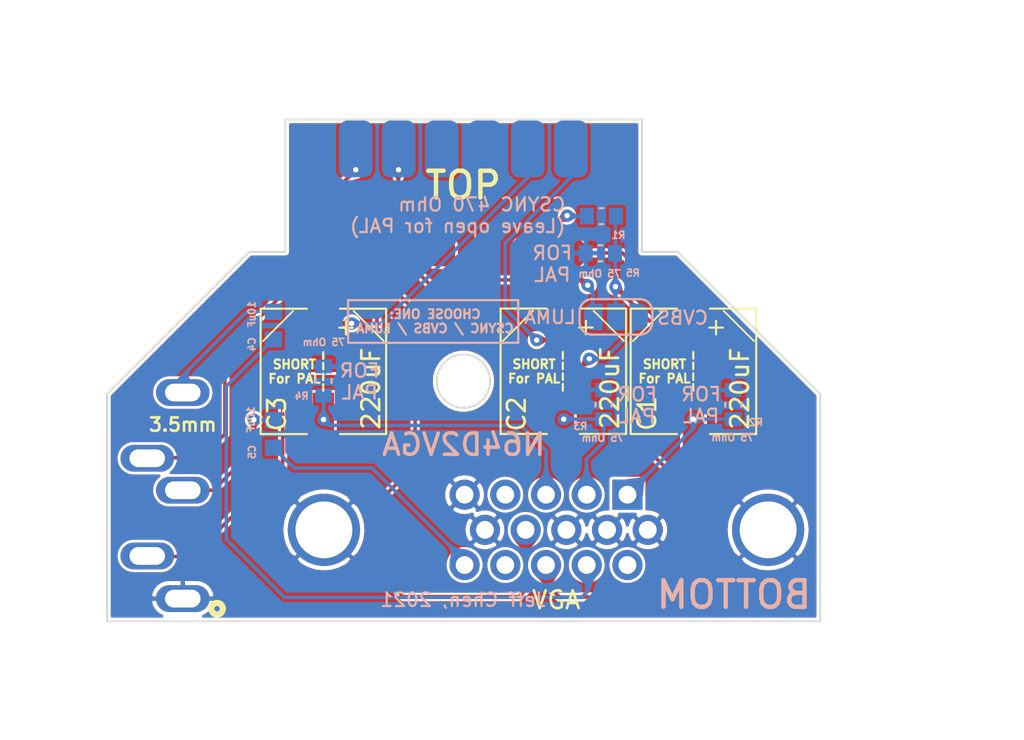
<source format=kicad_pcb>
(kicad_pcb (version 20171130) (host pcbnew "(5.1.10-1-10_14)")
  (title_block (rev 1))
  (layers (0 Front signal) (31 Back signal) (34 B.Paste user) (35 F.Paste user) (36 B.SilkS user) (37 F.SilkS user) (38 B.Mask user) (39 F.Mask user) (44 Edge.Cuts user))
  (net 0 "")
  (net 1 /Red_VGA)
  (net 2 /Green_VGA)
  (net 3 /Blue_VGA)
  (net 4 /HSYNC_VGA)
  (net 5 /Audio_L_to_VGA)
  (net 6 /Audio_L_from_Jack)
  (net 7 /Audio_R_from_Jack)
  (net 8 GND)
  (net 9 /Audio_R_to_VGA)
  (net 10 /Red_N64D)
  (net 11 /Green_N64D)
  (net 12 /Blue_N64D)
  (net 13 /Audio_L_N64D)
  (net 14 /Audio_R_N64D)
  (net 15 /CVBS_N64D)
  (net 16 /Luma_N64D)
  (net 17 /+5V_N64D)
  (net 18 /CSYNC_N64D)
  (module N64D2VGA_Library:Resistor_SMD_0603 (layer Back) (at 148.64 96.01 180)
    (fp_text reference R5 (at -1.83 -1.11) (layer B.SilkS) (effects (font (size 0.393701 0.393701) (thickness 0.098425)) (justify mirror)))
    (fp_text value 75)
    (pad 1 smd rect (at -0.82 0 180) (size 0.79 0.93) (layers Back B.Paste B.Mask) (net 4 /HSYNC_VGA))
    (pad 2 smd rect (at 0.82 0 180) (size 0.79 0.93) (layers Back B.Paste B.Mask) (net 8 GND))
  )
  (module N64D2VGA_Library:Resistor_SMD_0603 (layer Back) (at 133.07 103.2 90)
    (fp_text reference R4 (at -0.85 -1.23) (layer B.SilkS) (effects (font (size 0.393701 0.393701) (thickness 0.098425)) (justify mirror)))
    (fp_text value 75)
    (pad 1 smd rect (at -0.82 0 90) (size 0.79 0.93) (layers Back B.Paste B.Mask) (net 3 /Blue_VGA))
    (pad 2 smd rect (at 0.82 0 90) (size 0.79 0.93) (layers Back B.Paste B.Mask) (net 8 GND))
  )
  (module N64D2VGA_Library:Resistor_SMD_0603 (layer Back) (at 148.82 104.53 90)
    (fp_text reference R3 (at -1.22 -1.3) (layer B.SilkS) (effects (font (size 0.393701 0.393701) (thickness 0.098425)) (justify mirror)))
    (fp_text value 75)
    (pad 1 smd rect (at -0.82 0 90) (size 0.79 0.93) (layers Back B.Paste B.Mask) (net 2 /Green_VGA))
    (pad 2 smd rect (at 0.82 0 90) (size 0.79 0.93) (layers Back B.Paste B.Mask) (net 8 GND))
  )
  (module N64D2VGA_Library:Resistor_SMD_0603 (layer Back) (at 156.12 104.53 90)
    (fp_text reference R2 (at -1 1.28) (layer B.SilkS) (effects (font (size 0.393701 0.393701) (thickness 0.098425)) (justify mirror)))
    (fp_text value 75)
    (pad 1 smd rect (at -0.82 0 90) (size 0.79 0.93) (layers Back B.Paste B.Mask) (net 1 /Red_VGA))
    (pad 2 smd rect (at 0.82 0 90) (size 0.79 0.93) (layers Back B.Paste B.Mask) (net 8 GND))
  )
  (module N64D2VGA_Library:Resistor_SMD_0603 (layer Back) (at 148.7 93.92)
    (fp_text reference R1 (at 0.96 1.07) (layer B.SilkS) (effects (font (size 0.393701 0.393701) (thickness 0.098425)) (justify mirror)))
    (fp_text value 470)
    (pad 1 smd rect (at -0.82 0) (size 0.79 0.93) (layers Back B.Paste B.Mask) (net 18 /CSYNC_N64D))
    (pad 2 smd rect (at 0.82 0) (size 0.79 0.93) (layers Back B.Paste B.Mask) (net 4 /HSYNC_VGA))
  )
  (module N64D2VGA_Library:VGA_female_rightangle_slim (layer Front) (at 133.09 111.58)
    (fp_text reference P2)
    (fp_text value VGA)
    (pad 15 thru_hole circle (at 7.915 1.98 180) (size 1.7 1.7) (drill 1) (layers *.Cu *.Mask) (net 9 /Audio_R_to_VGA))
    (pad 14 thru_hole circle (at 10.205 1.98 180) (size 1.7 1.7) (drill 1) (layers *.Cu *.Mask))
    (pad 13 thru_hole circle (at 12.495 1.98 180) (size 1.7 1.7) (drill 1) (layers *.Cu *.Mask) (net 4 /HSYNC_VGA))
    (pad 12 thru_hole circle (at 14.785 1.98 180) (size 1.7 1.7) (drill 1) (layers *.Cu *.Mask) (net 5 /Audio_L_to_VGA))
    (pad 11 thru_hole circle (at 17.075 1.98 180) (size 1.7 1.7) (drill 1) (layers *.Cu *.Mask))
    (pad 10 thru_hole circle (at 9.06 0 180) (size 1.7 1.7) (drill 1) (layers *.Cu *.Mask) (net 8 GND))
    (pad 9 thru_hole circle (at 11.35 0 180) (size 1.7 1.7) (drill 1) (layers *.Cu *.Mask) (net 17 /+5V_N64D))
    (pad 8 thru_hole circle (at 13.64 0 180) (size 1.7 1.7) (drill 1) (layers *.Cu *.Mask) (net 8 GND))
    (pad 7 thru_hole circle (at 15.93 0 180) (size 1.7 1.7) (drill 1) (layers *.Cu *.Mask) (net 8 GND))
    (pad 6 thru_hole circle (at 18.22 0 180) (size 1.7 1.7) (drill 1) (layers *.Cu *.Mask) (net 8 GND))
    (pad 5 thru_hole circle (at 7.915 -1.98 180) (size 1.7 1.7) (drill 1) (layers *.Cu *.Mask) (net 8 GND))
    (pad 4 thru_hole circle (at 10.205 -1.98 180) (size 1.7 1.7) (drill 1) (layers *.Cu *.Mask))
    (pad 3 thru_hole circle (at 12.495 -1.98 180) (size 1.7 1.7) (drill 1) (layers *.Cu *.Mask) (net 3 /Blue_VGA))
    (pad 2 thru_hole circle (at 14.785 -1.98 180) (size 1.7 1.7) (drill 1) (layers *.Cu *.Mask) (net 2 /Green_VGA))
    (pad S1 thru_hole circle (at 0 0) (size 4.066 4.066) (drill 3.2) (layers *.Cu *.Mask) (net 8 GND))
    (pad S2 thru_hole circle (at 24.99 0) (size 4.066 4.066) (drill 3.2) (layers *.Cu *.Mask) (net 8 GND))
    (pad 1 thru_hole rect (at 17.075 -1.98 180) (size 1.7 1.7) (drill 1) (layers *.Cu *.Mask) (net 1 /Red_VGA))
  )
  (module N64D2VGA_Library:AV_Multi_Main (layer Front) (at 134.13 88.54)
    (fp_text reference P1)
    (fp_text value AVMulti_Main)
    (pad 2 connect roundrect (at 12.85 1.6) (size 1.9 3.2) (layers Back B.Mask) (net 11 /Green_N64D))
    (pad 4 connect roundrect (at 10.43 1.6) (size 1.9 3.2) (layers Back B.Mask) (net 12 /Blue_N64D))
    (pad 6 connect roundrect (at 8.01 1.6) (size 1.9 3.2) (layers Back B.Mask) (net 8 GND))
    (pad 8 connect roundrect (at 5.59 1.6) (size 1.9 3.2) (layers Back B.Mask))
    (pad 10 connect roundrect (at 3.17 1.6) (size 1.9 3.2) (layers Back B.Mask) (net 17 /+5V_N64D))
    (pad 1 connect roundrect (at 12.85 7.45) (size 1.5 1.5) (layers Front F.Mask) (net 10 /Red_N64D))
    (pad 3 connect roundrect (at 10.43 7.45) (size 1.5 1.5) (layers Front F.Mask) (net 18 /CSYNC_N64D))
    (pad 5 connect roundrect (at 8.01 7.45) (size 1.5 1.5) (layers Front F.Mask) (net 8 GND))
    (pad 7 connect roundrect (at 5.59 7.45) (size 1.5 1.5) (layers Front F.Mask) (net 16 /Luma_N64D))
    (pad 9 connect roundrect (at 3.17 7.45) (size 1.5 1.5) (layers Front F.Mask) (net 15 /CVBS_N64D))
    (pad 12 connect roundrect (at 0.75 1.6) (size 1.9 3.2) (layers Back B.Mask) (net 14 /Audio_R_N64D))
    (pad 11 connect roundrect (at 0.75 7.45) (size 1.5 1.5) (layers Front F.Mask) (net 13 /Audio_L_N64D))
  )
  (module N64D2VGA_Library:SolderJumper-3_P1.3mm_Open_RoundedPad1.0x1.5mm (layer Back) (at 149.52 99.59 180)
    (fp_text reference JP1)
    (fp_text value SolderJumper_3_Open)
    (pad 1 smd custom (at -1.3 0 180) (size 1 0.5) (layers Back B.Mask) (net 15 /CVBS_N64D) (options (clearance outline) (anchor rect)) (primitives (gr_circle (center 0 -0.25) (end 0.5 -0.25) (width 0)) (gr_circle (center 0 0.25) (end 0.5 0.25) (width 0)) (gr_poly (pts (xy 0.55 0.75) (xy 0 0.75) (xy 0 -0.75) (xy 0.55 -0.75)) (width 0))))
    (pad 3 smd custom (at 1.3 0 180) (size 1 0.5) (layers Back B.Mask) (net 16 /Luma_N64D) (options (clearance outline) (anchor rect)) (primitives (gr_circle (center 0 -0.25) (end 0.5 -0.25) (width 0)) (gr_circle (center 0 0.25) (end 0.5 0.25) (width 0)) (gr_poly (pts (xy -0.55 0.75) (xy 0 0.75) (xy 0 -0.75) (xy -0.55 -0.75)) (width 0))))
    (pad 2 smd rect (at 0 0 180) (size 1 1.5) (layers Back B.Mask) (net 4 /HSYNC_VGA))
  )
  (module N64D2VGA_Library:3.5mm_vertical (layer Front) (at 125.15 115.45 90)
    (fp_text reference J1)
    (fp_text value 3.5mm_vertical)
    (pad 1 thru_hole oval (at 0 0 90) (size 1.508 3.016) (drill oval 1 2) (layers *.Cu *.Mask) (net 8 GND))
    (pad 2 thru_hole oval (at 2.4 -2 90) (size 1.508 3.016) (drill oval 1 2) (layers *.Cu *.Mask) (net 13 /Audio_L_N64D))
    (pad 5 thru_hole oval (at 6.1 0 90) (size 1.508 3.016) (drill oval 1 2) (layers *.Cu *.Mask) (net 7 /Audio_R_from_Jack))
    (pad 3 thru_hole oval (at 7.9 -2 90) (size 1.508 3.016) (drill oval 1 2) (layers *.Cu *.Mask) (net 14 /Audio_R_N64D))
    (pad 4 thru_hole oval (at 11.6 0 90) (size 1.508 3.016) (drill oval 1 2) (layers *.Cu *.Mask) (net 6 /Audio_L_from_Jack))
  )
  (module N64D2VGA_Library:Cap_SMD_0603 (layer Back) (at 130.26 106.18 270)
    (fp_text reference C5 (at 1.02 1.21 270) (layer B.SilkS) (effects (font (size 0.393701 0.393701) (thickness 0.098425)) (justify mirror)))
    (fp_text value 10uF)
    (pad 1 smd rect (at -0.775 0 270) (size 0.92 0.97) (layers Back B.Paste B.Mask) (net 7 /Audio_R_from_Jack))
    (pad 2 smd rect (at 0.775 0 270) (size 0.92 0.97) (layers Back B.Paste B.Mask) (net 9 /Audio_R_to_VGA))
  )
  (module N64D2VGA_Library:Cap_SMD_0603 (layer Back) (at 130.25 100.08 270)
    (fp_text reference C4 (at 1.055 1.21 270) (layer B.SilkS) (effects (font (size 0.393701 0.393701) (thickness 0.098425)) (justify mirror)))
    (fp_text value 10uF)
    (pad 1 smd rect (at -0.775 0 270) (size 0.92 0.97) (layers Back B.Paste B.Mask) (net 6 /Audio_L_from_Jack))
    (pad 2 smd rect (at 0.775 0 270) (size 0.92 0.97) (layers Back B.Paste B.Mask) (net 5 /Audio_L_to_VGA))
  )
  (module N64D2VGA_Library:Cap_SMD (layer Front) (at 153.88 102.6549 270)
    (fp_text reference C1 (at 2.3751 2.61 90) (layer F.SilkS))
    (fp_text value 220uF (at 0.9751 -2.61 90) (layer F.SilkS))
    (pad 1 smd rect (at -2.7051 0 270) (size 2.9972 1.1938) (layers Front F.Paste F.Mask) (net 10 /Red_N64D))
    (pad 2 smd rect (at 2.7051 0 270) (size 2.9972 1.1938) (layers Front F.Paste F.Mask) (net 1 /Red_VGA))
  )
  (module N64D2VGA_Library:Cap_SMD (layer Front) (at 146.56 102.65 270)
    (fp_text reference C2 (at 2.41 2.63 90) (layer F.SilkS))
    (fp_text value 220uF (at 0.94 -2.62 90) (layer F.SilkS))
    (pad 1 smd rect (at -2.7051 0 270) (size 2.9972 1.1938) (layers Front F.Paste F.Mask) (net 11 /Green_N64D))
    (pad 2 smd rect (at 2.7051 0 270) (size 2.9972 1.1938) (layers Front F.Paste F.Mask) (net 2 /Green_VGA))
  )
  (module N64D2VGA_Library:Cap_SMD (layer Front) (at 133.06 102.66 270)
    (fp_text reference C3 (at 2.4 2.62 90) (layer F.SilkS))
    (fp_text value 220uF (at 0.97 -2.68 90) (layer F.SilkS))
    (pad 1 smd rect (at -2.7051 0 270) (size 2.9972 1.1938) (layers Front F.Paste F.Mask) (net 12 /Blue_N64D))
    (pad 2 smd rect (at 2.7051 0 270) (size 2.9972 1.1938) (layers Front F.Paste F.Mask) (net 3 /Blue_VGA))
  )
  (gr_text BOTTOM (at 156.16 115.23) (layer B.SilkS) (effects (font (size 1.5 1.5) (thickness 0.25)) (justify mirror)))
  (gr_text TOP (at 140.93 92.18) (layer F.SilkS) (effects (font (size 1.5 1.5) (thickness 0.25))))
  (gr_text 10uF (at 129.03 99.45 90) (layer B.SilkS) (effects (font (size 0.4 0.4) (thickness 0.1)) (justify mirror)))
  (gr_text 10uF (at 128.98 105.38 90) (layer B.SilkS) (effects (font (size 0.4 0.4) (thickness 0.1)) (justify mirror)))
  (gr_text "75 Ohm" (at 133.09 101.02) (layer B.SilkS) (effects (font (size 0.4 0.4) (thickness 0.1)) (justify mirror)))
  (gr_text "75 Ohm" (at 156.09 106.38) (layer B.SilkS) (effects (font (size 0.4 0.4) (thickness 0.1)) (justify mirror)))
  (gr_text "75 Ohm" (at 148.78 106.41) (layer B.SilkS) (effects (font (size 0.4 0.4) (thickness 0.1)) (justify mirror)))
  (gr_text "75 Ohm" (at 148.61 97.16) (layer B.SilkS) (effects (font (size 0.4 0.4) (thickness 0.1)) (justify mirror)))
  (gr_text "FOR\nPAL" (at 145.94 96.61) (layer B.SilkS) (effects (font (size 0.762 0.762) (thickness 0.127)) (justify mirror)))
  (gr_text "FOR\nPAL" (at 154.31 104.56) (layer B.SilkS) (effects (font (size 0.762 0.762) (thickness 0.127)) (justify mirror)))
  (gr_text "FOR\nPAL" (at 150.72 104.57) (layer B.SilkS) (effects (font (size 0.762 0.762) (thickness 0.127)) (justify mirror)))
  (gr_text "FOR\nPAL" (at 135.1 103.23) (layer B.SilkS) (effects (font (size 0.762 0.762) (thickness 0.127)) (justify mirror)))
  (gr_line (start 153.87 101.57) (end 153.87 101.94) (layer F.SilkS) (width 0.127))
  (gr_line (start 153.87 102.17) (end 153.87 102.54) (layer F.SilkS) (width 0.127))
  (gr_line (start 153.87 103.37) (end 153.87 103.74) (layer F.SilkS) (width 0.127))
  (gr_line (start 153.87 102.77) (end 153.87 103.14) (layer F.SilkS) (width 0.127))
  (gr_text "SHORT\nFor PAL" (at 152.25 102.66) (layer F.SilkS) (effects (font (size 0.5 0.5) (thickness 0.125))))
  (gr_line (start 146.53 101.57) (end 146.53 101.94) (layer F.SilkS) (width 0.127))
  (gr_line (start 146.53 102.17) (end 146.53 102.54) (layer F.SilkS) (width 0.127))
  (gr_line (start 146.53 103.37) (end 146.53 103.74) (layer F.SilkS) (width 0.127))
  (gr_line (start 146.53 102.77) (end 146.53 103.14) (layer F.SilkS) (width 0.127))
  (gr_text "SHORT\nFor PAL" (at 144.91 102.66) (layer F.SilkS) (effects (font (size 0.5 0.5) (thickness 0.125))))
  (gr_text "SHORT\nFor PAL" (at 131.43 102.67) (layer F.SilkS) (effects (font (size 0.5 0.5) (thickness 0.125))))
  (gr_line (start 133.05 103.38) (end 133.05 103.75) (layer F.SilkS) (width 0.127))
  (gr_line (start 133.05 102.78) (end 133.05 103.15) (layer F.SilkS) (width 0.127))
  (gr_line (start 133.05 102.18) (end 133.05 102.55) (layer F.SilkS) (width 0.127))
  (gr_line (start 133.05 101.58) (end 133.05 101.95) (layer F.SilkS) (width 0.127))
  (gr_line (start 144.02 101.05) (end 144.02 98.65) (layer B.SilkS) (width 0.127))
  (gr_line (start 134.45 101.05) (end 144.02 101.05) (layer B.SilkS) (width 0.127))
  (gr_line (start 134.45 98.65) (end 134.45 101.05) (layer B.SilkS) (width 0.127))
  (gr_line (start 144.02 98.65) (end 134.45 98.65) (layer B.SilkS) (width 0.127))
  (gr_line (start 153 95.93) (end 161.01 103.94) (layer Edge.Cuts) (width 0.1))
  (gr_line (start 128.9 95.93) (end 120.89 103.94) (layer Edge.Cuts) (width 0.1))
  (gr_text "Jeff Chen, 2021" (at 140.92 115.52) (layer B.SilkS) (effects (font (size 0.762 0.762) (thickness 0.127)) (justify mirror)))
  (gr_text N64D2VGA (at 140.95 106.78) (layer B.SilkS) (effects (font (size 1.2 1.2) (thickness 0.2)) (justify mirror)))
  (gr_text 3.5mm (at 125.15 105.66) (layer F.SilkS) (effects (font (size 0.75 0.75))))
  (gr_text VGA (at 146.16 115.53) (layer F.SilkS) (effects (font (size 1 1))))
  (gr_text "CHOOSE ONE:\nCSYNC / CVBS / LUMA" (at 139.34 99.84) (layer B.SilkS) (effects (font (size 0.5 0.5) (thickness 0.125)) (justify mirror)))
  (gr_text "CSYNC 470 Ohm\n(Leave open for PAL)\n" (at 146.75 93.87) (layer B.SilkS) (effects (font (size 0.75 0.75) (thickness 0.125)) (justify left mirror)))
  (gr_text CVBS (at 153.27 99.64) (layer B.SilkS) (effects (font (size 0.75 0.75) (thickness 0.125)) (justify mirror)))
  (gr_text LUMA (at 145.81 99.6) (layer B.SilkS) (effects (font (size 0.75 0.75) (thickness 0.125)) (justify mirror)))
  (gr_circle (center 140.94 103.21) (end 142.44 103.21) (layer Edge.Cuts) (width 0.1))
  (gr_line (start 130.92 88.48) (end 130.92 95.93) (layer Edge.Cuts) (width 0.1))
  (gr_line (start 128.9 95.93) (end 130.92 95.93) (layer Edge.Cuts) (width 0.1))
  (gr_line (start 120.89 103.94) (end 120.89 116.73) (layer Edge.Cuts) (width 0.1))
  (gr_line (start 120.89 116.73) (end 161.01 116.73) (layer Edge.Cuts) (width 0.1))
  (gr_line (start 161.01 103.94) (end 161.01 116.73) (layer Edge.Cuts) (width 0.1))
  (gr_line (start 150.98 95.93) (end 153 95.93) (layer Edge.Cuts) (width 0.1))
  (gr_line (start 150.98 88.48) (end 150.98 95.93) (layer Edge.Cuts) (width 0.1))
  (gr_line (start 130.92 88.48) (end 150.98 88.48) (layer Edge.Cuts) (width 0.1))
  (via (at 153.87 105.35) (size 0.7) (drill 0.3) (layers Front Back) (net 1))
  (segment (start 153.87 105.35) (end 156.08 105.35) (width 0.2) (layer Back) (net 1))
  (segment (start 150.41 109.34) (end 150.41 109.6) (width 0.2) (layer Back) (net 1))
  (segment (start 153.87 105.88) (end 150.41 109.34) (width 0.2) (layer Back) (net 1))
  (segment (start 153.87 105.35) (end 153.87 105.88) (width 0.2) (layer Back) (net 1))
  (via (at 146.58 105.35) (size 0.7) (drill 0.3) (layers Front Back) (net 2))
  (segment (start 146.58 105.35) (end 148.81 105.35) (width 0.2) (layer Back) (net 2))
  (segment (start 147.86 109.34) (end 148.12 109.6) (width 0.2) (layer Back) (net 2))
  (segment (start 147.86 107.6) (end 147.86 109.34) (width 0.2) (layer Back) (net 2))
  (segment (start 148.82 106.64) (end 147.86 107.6) (width 0.2) (layer Back) (net 2))
  (segment (start 148.82 105.35) (end 148.82 106.64) (width 0.2) (layer Back) (net 2))
  (via (at 133.07 105.37) (size 0.7) (drill 0.3) (layers Front Back) (net 3))
  (segment (start 133.07 105.37) (end 133.07 104) (width 0.2) (layer Back) (net 3))
  (segment (start 145.59 107.13) (end 145.59 109.36) (width 0.2) (layer Back) (net 3))
  (segment (start 145.59 109.36) (end 145.83 109.6) (width 0.2) (layer Back) (net 3))
  (segment (start 144.16 105.7) (end 145.59 107.13) (width 0.2) (layer Back) (net 3))
  (segment (start 133.4 105.7) (end 144.16 105.7) (width 0.2) (layer Back) (net 3))
  (segment (start 133.07 105.37) (end 133.4 105.7) (width 0.2) (layer Back) (net 3))
  (segment (start 149.49 96.64) (end 149.49 94.12) (width 0.2) (layer Back) (net 4))
  (segment (start 149.49 96.64) (end 149.49 97.89) (width 0.2) (layer Back) (net 4))
  (segment (start 149.49 97.89) (end 149.49 99.59) (width 0.2) (layer Back) (net 4))
  (via (at 149.49 97.89) (size 0.7) (drill 0.3) (layers Front Back) (net 4))
  (segment (start 145.58 114.6) (end 145.58 113.77) (width 0.2) (layer Front) (net 4))
  (segment (start 151.65 107.42) (end 153.89 109.66) (width 0.2) (layer Front) (net 4))
  (segment (start 153.89 114.1) (end 152.63 115.36) (width 0.2) (layer Front) (net 4))
  (segment (start 153.89 109.66) (end 153.89 114.1) (width 0.2) (layer Front) (net 4))
  (segment (start 152.63 115.36) (end 146.34 115.36) (width 0.2) (layer Front) (net 4))
  (segment (start 151.65 100.05) (end 151.65 107.42) (width 0.2) (layer Front) (net 4))
  (segment (start 145.58 113.77) (end 145.85 113.5) (width 0.2) (layer Front) (net 4))
  (segment (start 146.34 115.36) (end 145.58 114.6) (width 0.2) (layer Front) (net 4))
  (segment (start 149.49 97.89) (end 151.65 100.05) (width 0.2) (layer Front) (net 4))
  (segment (start 147.88 113.85) (end 148.13 113.6) (width 0.2) (layer Back) (net 5))
  (segment (start 147.88 115.09) (end 147.88 113.85) (width 0.2) (layer Back) (net 5))
  (segment (start 147.59 115.38) (end 147.88 115.09) (width 0.2) (layer Back) (net 5))
  (segment (start 127.6 103.5) (end 127.6 112.11) (width 0.2) (layer Back) (net 5))
  (segment (start 130.87 115.38) (end 147.59 115.38) (width 0.2) (layer Back) (net 5))
  (segment (start 130.25 100.855) (end 130.245 100.855) (width 0.2) (layer Back) (net 5))
  (segment (start 127.6 112.11) (end 130.87 115.38) (width 0.2) (layer Back) (net 5))
  (segment (start 130.245 100.855) (end 127.6 103.5) (width 0.2) (layer Back) (net 5))
  (segment (start 125.15 103.85) (end 126.38 103.85) (width 0.2) (layer Back) (net 6))
  (segment (start 128.77 99.28) (end 130.25 99.28) (width 0.2) (layer Back) (net 6))
  (segment (start 125.15 102.9) (end 128.77 99.28) (width 0.2) (layer Back) (net 6))
  (segment (start 125.15 103.85) (end 125.15 102.9) (width 0.2) (layer Back) (net 6))
  (via (at 129.150001 105.38) (size 0.7) (drill 0.3) (layers Front Back) (net 7))
  (segment (start 130.2 105.41) (end 129.180001 105.41) (width 0.2) (layer Back) (net 7))
  (segment (start 129.180001 105.41) (end 129.150001 105.38) (width 0.2) (layer Back) (net 7))
  (segment (start 129.150001 107.069999) (end 129.150001 105.38) (width 0.2) (layer Front) (net 7))
  (segment (start 125.15 109.35) (end 126.87 109.35) (width 0.2) (layer Front) (net 7))
  (segment (start 126.87 109.35) (end 129.150001 107.069999) (width 0.2) (layer Front) (net 7))
  (segment (start 141.25 113.55) (end 141.25 113.56) (width 0.2) (layer Back) (net 9))
  (segment (start 131.405 108.1) (end 135.8 108.1) (width 0.2) (layer Back) (net 9))
  (segment (start 135.8 108.1) (end 141.25 113.55) (width 0.2) (layer Back) (net 9))
  (segment (start 130.26 106.955) (end 131.405 108.1) (width 0.2) (layer Back) (net 9))
  (segment (start 146.98 95.99) (end 148.48 95.99) (width 0.2) (layer Front) (net 10))
  (segment (start 148.48 95.99) (end 149.88 95.99) (width 0.2) (layer Front) (net 10))
  (segment (start 149.88 95.99) (end 153.89 100) (width 0.2) (layer Front) (net 10))
  (via (at 145.06 100.9) (size 0.7) (drill 0.3) (layers Front Back) (net 11))
  (segment (start 143.29 99.13) (end 145.06 100.9) (width 0.2) (layer Back) (net 11))
  (segment (start 143.29 95.43) (end 143.29 99.13) (width 0.2) (layer Back) (net 11))
  (segment (start 146.98 91.74) (end 143.29 95.43) (width 0.2) (layer Back) (net 11))
  (segment (start 146.98 90.14) (end 146.98 91.74) (width 0.2) (layer Back) (net 11))
  (segment (start 146.2 100.9) (end 145.06 100.9) (width 0.2) (layer Front) (net 11))
  (segment (start 146.51 100.59) (end 146.2 100.9) (width 0.2) (layer Front) (net 11))
  (segment (start 146.51 99.92) (end 146.51 100.59) (width 0.2) (layer Front) (net 11))
  (segment (start 144.56 91.74) (end 136.34 99.96) (width 0.2) (layer Back) (net 12))
  (segment (start 144.56 90.14) (end 144.56 91.74) (width 0.2) (layer Back) (net 12))
  (segment (start 136.34 99.96) (end 134.65 99.96) (width 0.2) (layer Back) (net 12))
  (via (at 134.65 99.96) (size 0.7) (drill 0.3) (layers Front Back) (net 12))
  (segment (start 134.65 99.96) (end 133.2 99.96) (width 0.2) (layer Front) (net 12))
  (segment (start 125.68 113.08) (end 123.608026 113.08) (width 0.2) (layer Front) (net 13))
  (segment (start 130.77 107.99) (end 125.68 113.08) (width 0.2) (layer Front) (net 13))
  (segment (start 130.77 104.03) (end 130.77 107.99) (width 0.2) (layer Front) (net 13))
  (segment (start 132.2 102.6) (end 130.77 104.03) (width 0.2) (layer Front) (net 13))
  (segment (start 134.98 102.6) (end 132.2 102.6) (width 0.2) (layer Front) (net 13))
  (segment (start 134.88 95.99) (end 134.87 96) (width 0.2) (layer Front) (net 13))
  (segment (start 136.07 99.1) (end 136.07 101.51) (width 0.2) (layer Front) (net 13))
  (segment (start 134.87 96) (end 134.87 97.9) (width 0.2) (layer Front) (net 13))
  (segment (start 136.07 101.51) (end 134.98 102.6) (width 0.2) (layer Front) (net 13))
  (segment (start 134.87 97.9) (end 136.07 99.1) (width 0.2) (layer Front) (net 13))
  (via (at 134.88 91.31) (size 0.7) (drill 0.3) (layers Front Back) (net 14))
  (segment (start 126.19 107.52) (end 123.26 107.52) (width 0.2) (layer Front) (net 14))
  (segment (start 127.52 106.19) (end 126.19 107.52) (width 0.2) (layer Front) (net 14))
  (segment (start 134.88 91.31) (end 134.88 91.32) (width 0.2) (layer Front) (net 14))
  (segment (start 132.033701 97.056299) (end 127.52 101.57) (width 0.2) (layer Front) (net 14))
  (segment (start 127.52 101.57) (end 127.52 106.19) (width 0.2) (layer Front) (net 14))
  (segment (start 132.033701 94.166299) (end 132.033701 97.056299) (width 0.2) (layer Front) (net 14))
  (segment (start 134.88 91.32) (end 132.033701 94.166299) (width 0.2) (layer Front) (net 14))
  (via (at 148.02 101.95) (size 0.7) (drill 0.3) (layers Front Back) (net 15))
  (segment (start 150.82 100.004972) (end 148.874972 101.95) (width 0.2) (layer Back) (net 15))
  (segment (start 148.874972 101.95) (end 148.02 101.95) (width 0.2) (layer Back) (net 15))
  (segment (start 150.82 99.61) (end 150.82 100.004972) (width 0.2) (layer Back) (net 15))
  (segment (start 147.32 102.65) (end 148.02 101.95) (width 0.2) (layer Front) (net 15))
  (segment (start 137.3 96.02) (end 143.93 102.65) (width 0.2) (layer Front) (net 15))
  (segment (start 143.93 102.65) (end 147.32 102.65) (width 0.2) (layer Front) (net 15))
  (segment (start 137.3 95.99) (end 137.3 96.02) (width 0.2) (layer Front) (net 15))
  (via (at 147.930001 97.809999) (size 0.7) (drill 0.3) (layers Front Back) (net 16))
  (segment (start 148.22 99.48) (end 148.22 98.099998) (width 0.2) (layer Back) (net 16))
  (segment (start 148.22 98.099998) (end 147.930001 97.809999) (width 0.2) (layer Back) (net 16))
  (segment (start 141.25 97.51) (end 147.630002 97.51) (width 0.2) (layer Front) (net 16))
  (segment (start 139.73 95.99) (end 141.25 97.51) (width 0.2) (layer Front) (net 16))
  (segment (start 147.630002 97.51) (end 147.930001 97.809999) (width 0.2) (layer Front) (net 16))
  (segment (start 139.72 95.99) (end 139.73 95.99) (width 0.2) (layer Front) (net 16))
  (via (at 137.29 91.31) (size 0.7) (drill 0.3) (layers Front Back) (net 17))
  (segment (start 144.44 111.81) (end 144.67 111.58) (width 0.2) (layer Front) (net 17))
  (segment (start 144.44 114.97) (end 144.44 111.81) (width 0.2) (layer Front) (net 17))
  (segment (start 137.58 115.34) (end 144.07 115.34) (width 0.2) (layer Front) (net 17))
  (segment (start 136.25 114.01) (end 137.58 115.34) (width 0.2) (layer Front) (net 17))
  (segment (start 138.22 107.95) (end 136.25 109.92) (width 0.2) (layer Front) (net 17))
  (segment (start 137.27 93.7) (end 136.09 94.88) (width 0.2) (layer Front) (net 17))
  (segment (start 138.22 99.25) (end 138.22 107.95) (width 0.2) (layer Front) (net 17))
  (segment (start 136.25 109.92) (end 136.25 114.01) (width 0.2) (layer Front) (net 17))
  (segment (start 136.09 97.12) (end 138.22 99.25) (width 0.2) (layer Front) (net 17))
  (segment (start 136.09 94.88) (end 136.09 97.12) (width 0.2) (layer Front) (net 17))
  (segment (start 144.07 115.34) (end 144.44 114.97) (width 0.2) (layer Front) (net 17))
  (segment (start 137.27 91.33) (end 137.27 93.7) (width 0.2) (layer Front) (net 17))
  (segment (start 137.29 91.31) (end 137.27 91.33) (width 0.2) (layer Front) (net 17))
  (segment (start 144.95 95.69) (end 144.57 96.07) (width 0.2) (layer Front) (net 18))
  (segment (start 146.799998 93.919998) (end 146.77 93.89) (width 0.2) (layer Back) (net 18))
  (via (at 146.77 93.89) (size 0.7) (drill 0.3) (layers Front Back) (net 18))
  (segment (start 146.66 93.89) (end 146.77 93.89) (width 0.2) (layer Front) (net 18))
  (segment (start 147.829998 93.919998) (end 146.799998 93.919998) (width 0.2) (layer Back) (net 18))
  (segment (start 144.56 95.99) (end 146.66 93.89) (width 0.2) (layer Front) (net 18))
  (zone (net 8) (net_name GND) (layer Front) (connect_pads (clearance 0.16)) (min_thickness 0.16) (fill yes (arc_segments 32) (thermal_gap 0.24) (thermal_bridge_width 0.24))
    (polygon (pts (xy 164.5725 120.325) (xy 114.9525 119.985) (xy 114.8675 82.855) (xy 164.4875 83.195)))
  )
  (zone (net 8) (net_name GND) (layer Back) (connect_pads (clearance 0.16)) (min_thickness 0.16) (fill yes (arc_segments 32) (thermal_gap 0.24) (thermal_bridge_width 0.24))
    (polygon (pts (xy 168.695 122.49) (xy 118.785 122.51) (xy 118.835 86.09) (xy 168.745 86.07)))
  )
  (zone (net 1) (net_name /Red_VGA) (layer Back) (priority 16962) (connect_pads yes (clearance 0.16)) (min_thickness 0.0254) (fill yes (arc_segments 32) (thermal_gap 0.508) (thermal_bridge_width 0.508))
    (polygon (pts (xy 154.56 105.25) (xy 154.480669 105.246909) (xy 154.414472 105.238055) (xy 154.358615 105.224065) (xy 154.310306 105.205566) (xy 154.266751 105.183185) (xy 154.225159 105.157549) (xy 154.182736 105.129286) (xy 154.136691 105.099022) (xy 154.08423 105.067384) (xy 154.022561 105.035) (xy 153.695 105.35) (xy 154.022561 105.665) (xy 154.08423 105.632615) (xy 154.136691 105.600977) (xy 154.182736 105.570713) (xy 154.225159 105.54245) (xy 154.266751 105.516814) (xy 154.310306 105.494433) (xy 154.358615 105.475934) (xy 154.414472 105.461944) (xy 154.480669 105.45309) (xy 154.56 105.45)))
  )
  (zone (net 1) (net_name /Red_VGA) (layer Back) (priority 16962) (connect_pads yes (clearance 0.16)) (min_thickness 0.0254) (fill yes (arc_segments 32) (thermal_gap 0.508) (thermal_bridge_width 0.508))
    (polygon (pts (xy 151.293883 108.314696) (xy 151.142299 108.450962) (xy 151.002955 108.547022) (xy 150.872079 108.610645) (xy 150.745897 108.649604) (xy 150.620638 108.671669) (xy 150.492528 108.684612) (xy 150.357796 108.696205) (xy 150.212668 108.714217) (xy 150.053372 108.746421) (xy 149.876137 108.800589) (xy 149.868222 109.904216) (xy 150.971314 109.868992) (xy 151.020809 109.691654) (xy 151.049211 109.532372) (xy 151.064174 109.387379) (xy 151.073347 109.252909) (xy 151.084383 109.125193) (xy 151.104933 109.000467) (xy 151.142648 108.874963) (xy 151.205181 108.744914) (xy 151.300182 108.606554) (xy 151.435304 108.456117)))
  )
  (zone (net 1) (net_name /Red_VGA) (layer Back) (priority 16962) (connect_pads yes (clearance 0.16)) (min_thickness 0.0254) (fill yes (arc_segments 32) (thermal_gap 0.508) (thermal_bridge_width 0.508))
    (polygon (pts (xy 153.820503 106.070918) (xy 153.872245 106.014235) (xy 153.910951 105.962119) (xy 153.939672 105.913635) (xy 153.961461 105.86785) (xy 153.979368 105.823828) (xy 153.996445 105.780637) (xy 154.015744 105.737341) (xy 154.040317 105.693007) (xy 154.073213 105.6467) (xy 154.117487 105.597487) (xy 153.87 105.175) (xy 153.555 105.502561) (xy 153.582968 105.552081) (xy 153.614994 105.597943) (xy 153.64826 105.640949) (xy 153.679947 105.681901) (xy 153.707237 105.721605) (xy 153.727311 105.760862) (xy 153.737351 105.800477) (xy 153.734538 105.841252) (xy 153.716054 105.883991) (xy 153.679082 105.929497)))
  )
  (zone (net 2) (net_name /Green_VGA) (layer Back) (priority 16962) (connect_pads yes (clearance 0.16)) (min_thickness 0.0254) (fill yes (arc_segments 32) (thermal_gap 0.508) (thermal_bridge_width 0.508))
    (polygon (pts (xy 147.27 105.25) (xy 147.190669 105.246909) (xy 147.124472 105.238055) (xy 147.068615 105.224065) (xy 147.020306 105.205566) (xy 146.976751 105.183185) (xy 146.935159 105.157549) (xy 146.892736 105.129286) (xy 146.846691 105.099022) (xy 146.79423 105.067384) (xy 146.732561 105.035) (xy 146.405 105.35) (xy 146.732561 105.665) (xy 146.79423 105.632615) (xy 146.846691 105.600977) (xy 146.892736 105.570713) (xy 146.935159 105.54245) (xy 146.976751 105.516814) (xy 147.020306 105.494433) (xy 147.068615 105.475934) (xy 147.124472 105.461944) (xy 147.190669 105.45309) (xy 147.27 105.45)))
  )
  (zone (net 2) (net_name /Green_VGA) (layer Back) (priority 16962) (connect_pads yes (clearance 0.16)) (min_thickness 0.0254) (fill yes (arc_segments 32) (thermal_gap 0.508) (thermal_bridge_width 0.508))
    (polygon (pts (xy 147.76 107.9) (xy 147.749134 108.102993) (xy 147.71845 108.268953) (xy 147.670813 108.406043) (xy 147.609093 108.522426) (xy 147.536156 108.626267) (xy 147.45487 108.725727) (xy 147.368102 108.828972) (xy 147.278719 108.944165) (xy 147.18959 109.07947) (xy 147.103582 109.24305) (xy 147.882498 110.024933) (xy 148.633343 109.216054) (xy 148.542552 109.057076) (xy 148.449637 108.925613) (xy 148.357348 108.813628) (xy 148.268438 108.713083) (xy 148.185657 108.615942) (xy 148.111758 108.514168) (xy 148.049491 108.399723) (xy 148.001608 108.264572) (xy 147.97086 108.100676) (xy 147.96 107.9)))
  )
  (zone (net 3) (net_name /Blue_VGA) (layer Back) (priority 16962) (connect_pads yes (clearance 0.16)) (min_thickness 0.0254) (fill yes (arc_segments 32) (thermal_gap 0.508) (thermal_bridge_width 0.508))
    (polygon (pts (xy 132.97 104.68) (xy 132.966909 104.75933) (xy 132.958055 104.825527) (xy 132.944065 104.881384) (xy 132.925566 104.929693) (xy 132.903185 104.973248) (xy 132.877549 105.01484) (xy 132.849286 105.057263) (xy 132.819022 105.103308) (xy 132.787384 105.155769) (xy 132.755 105.217439) (xy 133.07 105.545) (xy 133.385 105.217439) (xy 133.352615 105.155769) (xy 133.320977 105.103308) (xy 133.290713 105.057263) (xy 133.26245 105.01484) (xy 133.236814 104.973248) (xy 133.214433 104.929693) (xy 133.195934 104.881384) (xy 133.181944 104.825527) (xy 133.17309 104.75933) (xy 133.17 104.68)))
  )
  (zone (net 3) (net_name /Blue_VGA) (layer Back) (priority 16962) (connect_pads yes (clearance 0.16)) (min_thickness 0.0254) (fill yes (arc_segments 32) (thermal_gap 0.508) (thermal_bridge_width 0.508))
    (polygon (pts (xy 145.49 107.9) (xy 145.479137 108.10144) (xy 145.448408 108.266013) (xy 145.400603 108.4018) (xy 145.338511 108.516881) (xy 145.264924 108.619334) (xy 145.182631 108.717242) (xy 145.094421 108.818682) (xy 145.003085 108.931735) (xy 144.911412 109.064481) (xy 144.822193 109.225001) (xy 145.582501 110.024992) (xy 146.352166 109.234) (xy 146.26454 109.071946) (xy 146.174129 108.937919) (xy 146.083762 108.823796) (xy 145.996266 108.721456) (xy 145.91447 108.622776) (xy 145.841204 108.519633) (xy 145.779295 108.403907) (xy 145.731572 108.267474) (xy 145.700864 108.102212) (xy 145.69 107.9)))
  )
  (zone (net 3) (net_name /Blue_VGA) (layer Back) (priority 16962) (connect_pads yes (clearance 0.16)) (min_thickness 0.0254) (fill yes (arc_segments 32) (thermal_gap 0.508) (thermal_bridge_width 0.508))
    (polygon (pts (xy 133.633309 105.6) (xy 133.577831 105.594906) (xy 133.534868 105.580356) (xy 133.502409 105.557447) (xy 133.478447 105.527275) (xy 133.460972 105.490937) (xy 133.447977 105.44953) (xy 133.437452 105.40415) (xy 133.427389 105.355893) (xy 133.415779 105.305857) (xy 133.400615 105.255139) (xy 132.946257 105.246257) (xy 133.07 105.719999) (xy 133.137542 105.722239) (xy 133.19522 105.728319) (xy 133.245799 105.737279) (xy 133.292044 105.748159) (xy 133.336718 105.759999) (xy 133.382588 105.771839) (xy 133.432417 105.782719) (xy 133.48897 105.791679) (xy 133.555013 105.797759) (xy 133.633309 105.8)))
  )
  (zone (net 4) (net_name /HSYNC_VGA) (layer Back) (priority 16962) (connect_pads yes (clearance 0.16)) (min_thickness 0.0254) (fill yes (arc_segments 32) (thermal_gap 0.508) (thermal_bridge_width 0.508))
    (polygon (pts (xy 149.39 97.2) (xy 149.386909 97.27933) (xy 149.378055 97.345527) (xy 149.364065 97.401384) (xy 149.345566 97.449693) (xy 149.323185 97.493248) (xy 149.297549 97.53484) (xy 149.269286 97.577263) (xy 149.239022 97.623308) (xy 149.207384 97.675769) (xy 149.175 97.737439) (xy 149.49 98.065) (xy 149.805 97.737439) (xy 149.772615 97.675769) (xy 149.740977 97.623308) (xy 149.710713 97.577263) (xy 149.68245 97.53484) (xy 149.656814 97.493248) (xy 149.634433 97.449693) (xy 149.615934 97.401384) (xy 149.601944 97.345527) (xy 149.59309 97.27933) (xy 149.59 97.2)))
  )
  (zone (net 4) (net_name /HSYNC_VGA) (layer Back) (priority 16962) (connect_pads yes (clearance 0.16)) (min_thickness 0.0254) (fill yes (arc_segments 32) (thermal_gap 0.508) (thermal_bridge_width 0.508))
    (polygon (pts (xy 149.59 98.58) (xy 149.59309 98.500669) (xy 149.601944 98.434472) (xy 149.615934 98.378615) (xy 149.634433 98.330306) (xy 149.656814 98.286751) (xy 149.68245 98.245159) (xy 149.710713 98.202736) (xy 149.740977 98.156691) (xy 149.772615 98.10423) (xy 149.805 98.042561) (xy 149.49 97.715) (xy 149.175 98.042561) (xy 149.207384 98.10423) (xy 149.239022 98.156691) (xy 149.269286 98.202736) (xy 149.297549 98.245159) (xy 149.323185 98.286751) (xy 149.345566 98.330306) (xy 149.364065 98.378615) (xy 149.378055 98.434472) (xy 149.386909 98.500669) (xy 149.39 98.58)))
  )
  (zone (net 4) (net_name /HSYNC_VGA) (layer Front) (priority 16962) (connect_pads yes (clearance 0.16)) (min_thickness 0.0254) (fill yes (arc_segments 32) (thermal_gap 0.508) (thermal_bridge_width 0.508))
    (polygon (pts (xy 146.117401 114.995979) (xy 146.024841 114.884657) (xy 145.973576 114.779704) (xy 145.957753 114.679166) (xy 145.97152 114.581091) (xy 146.009026 114.483526) (xy 146.064417 114.384518) (xy 146.131843 114.282114) (xy 146.205451 114.174361) (xy 146.27939 114.059307) (xy 146.347807 113.934999) (xy 145.587499 113.135008) (xy 144.98396 114.16104) (xy 145.104479 114.281121) (xy 145.20744 114.382892) (xy 145.297652 114.471349) (xy 145.37992 114.551489) (xy 145.459054 114.628305) (xy 145.539861 114.706795) (xy 145.627149 114.791954) (xy 145.725726 114.888777) (xy 145.8404 115.002261) (xy 145.975979 115.137401)))
  )
  (zone (net 4) (net_name /HSYNC_VGA) (layer Front) (priority 16962) (connect_pads yes (clearance 0.16)) (min_thickness 0.0254) (fill yes (arc_segments 32) (thermal_gap 0.508) (thermal_bridge_width 0.508))
    (polygon (pts (xy 150.048614 98.307192) (xy 149.994704 98.248911) (xy 149.954156 98.195842) (xy 149.924552 98.146453) (xy 149.903473 98.099213) (xy 149.8885 98.052589) (xy 149.877217 98.005052) (xy 149.867205 97.95507) (xy 149.856046 97.901111) (xy 149.841322 97.841644) (xy 149.820615 97.775139) (xy 149.366257 97.766257) (xy 149.375139 98.220615) (xy 149.441644 98.241322) (xy 149.501111 98.256046) (xy 149.55507 98.267205) (xy 149.605052 98.277217) (xy 149.652589 98.2885) (xy 149.699213 98.303473) (xy 149.746453 98.324552) (xy 149.795842 98.354156) (xy 149.848911 98.394704) (xy 149.907192 98.448614)))
  )
  (zone (net 5) (net_name /Audio_L_to_VGA) (layer Back) (priority 16962) (connect_pads yes (clearance 0.16)) (min_thickness 0.0254) (fill yes (arc_segments 32) (thermal_gap 0.508) (thermal_bridge_width 0.508))
    (polygon (pts (xy 147.830503 115.280918) (xy 147.94869 115.149449) (xy 148.034229 115.02786) (xy 148.094894 114.914069) (xy 148.138457 114.805995) (xy 148.172694 114.701556) (xy 148.205377 114.59867) (xy 148.244279 114.495258) (xy 148.297175 114.389236) (xy 148.371837 114.278524) (xy 148.47604 114.16104) (xy 147.872501 113.135008) (xy 147.112193 113.934999) (xy 147.204569 114.085093) (xy 147.317823 114.218974) (xy 147.441236 114.340252) (xy 147.564088 114.452536) (xy 147.675658 114.559435) (xy 147.765226 114.66456) (xy 147.822073 114.771519) (xy 147.835478 114.883922) (xy 147.794721 115.005378) (xy 147.689082 115.139497)))
  )
  (zone (net 6) (net_name /Audio_L_from_Jack) (layer Back) (priority 16962) (connect_pads yes (clearance 0.16)) (min_thickness 0.0254) (fill yes (arc_segments 32) (thermal_gap 0.508) (thermal_bridge_width 0.508))
    (polygon (pts (xy 126.37 103.75) (xy 126.268355 103.744144) (xy 126.178612 103.727577) (xy 126.099588 103.701799) (xy 126.030095 103.668307) (xy 125.968948 103.628601) (xy 125.914961 103.58418) (xy 125.86695 103.536544) (xy 125.823728 103.487192) (xy 125.78411 103.437622) (xy 125.746911 103.389335) (xy 124.773 103.85) (xy 125.746911 104.310665) (xy 125.78411 104.262377) (xy 125.823728 104.212807) (xy 125.86695 104.163455) (xy 125.914961 104.115819) (xy 125.968948 104.071398) (xy 126.030095 104.031692) (xy 126.099588 103.9982) (xy 126.178612 103.972422) (xy 126.268355 103.955855) (xy 126.37 103.95)))
  )
  (zone (net 6) (net_name /Audio_L_from_Jack) (layer Back) (priority 16962) (connect_pads yes (clearance 0.16)) (min_thickness 0.0254) (fill yes (arc_segments 32) (thermal_gap 0.508) (thermal_bridge_width 0.508))
    (polygon (pts (xy 125.478097 102.430482) (xy 125.35824 102.551041) (xy 125.257849 102.65334) (xy 125.172433 102.741568) (xy 125.097506 102.819909) (xy 125.028578 102.892553) (xy 124.961161 102.963685) (xy 124.890768 103.037493) (xy 124.812909 103.118163) (xy 124.723096 103.209884) (xy 124.616842 103.316842) (xy 125.15 104.227) (xy 125.8286 103.52134) (xy 125.767913 103.409984) (xy 125.701875 103.306969) (xy 125.635807 103.210537) (xy 125.575031 103.118925) (xy 125.524868 103.030374) (xy 125.490641 102.943122) (xy 125.47767 102.85541) (xy 125.491278 102.765476) (xy 125.536787 102.67156) (xy 125.619518 102.571903)))
  )
  (zone (net 7) (net_name /Audio_R_from_Jack) (layer Back) (priority 16962) (connect_pads yes (clearance 0.16)) (min_thickness 0.0254) (fill yes (arc_segments 32) (thermal_gap 0.508) (thermal_bridge_width 0.508))
    (polygon (pts (xy 129.850001 105.31) (xy 129.771851 105.306919) (xy 129.706601 105.29802) (xy 129.651585 105.283818) (xy 129.604133 105.264828) (xy 129.561579 105.241565) (xy 129.521255 105.214544) (xy 129.480493 105.18428) (xy 129.436626 105.151288) (xy 129.386986 105.116083) (xy 129.328906 105.07918) (xy 128.975641 105.365055) (xy 129.275103 105.706878) (xy 129.342297 105.678669) (xy 129.399434 105.650537) (xy 129.449476 105.623163) (xy 129.495386 105.597229) (xy 129.540127 105.573414) (xy 129.586662 105.552402) (xy 129.637953 105.534873) (xy 129.696965 105.521509) (xy 129.76666 105.51299) (xy 129.850001 105.51)))
  )
  (zone (net 7) (net_name /Audio_R_from_Jack) (layer Front) (priority 16962) (connect_pads yes (clearance 0.16)) (min_thickness 0.0254) (fill yes (arc_segments 32) (thermal_gap 0.508) (thermal_bridge_width 0.508))
    (polygon (pts (xy 129.250001 106.07) (xy 129.253091 105.990669) (xy 129.261945 105.924472) (xy 129.275935 105.868615) (xy 129.294434 105.820306) (xy 129.316815 105.776751) (xy 129.342451 105.735159) (xy 129.370714 105.692736) (xy 129.400978 105.646691) (xy 129.432616 105.59423) (xy 129.465001 105.532561) (xy 129.150001 105.205) (xy 128.835001 105.532561) (xy 128.867385 105.59423) (xy 128.899023 105.646691) (xy 128.929287 105.692736) (xy 128.95755 105.735159) (xy 128.983186 105.776751) (xy 129.005567 105.820306) (xy 129.024066 105.868615) (xy 129.038056 105.924472) (xy 129.04691 105.990669) (xy 129.050001 106.07)))
  )
  (zone (net 7) (net_name /Audio_R_from_Jack) (layer Front) (priority 16962) (connect_pads yes (clearance 0.16)) (min_thickness 0.0254) (fill yes (arc_segments 32) (thermal_gap 0.508) (thermal_bridge_width 0.508))
    (polygon (pts (xy 126.654 109.25) (xy 126.476002 109.240619) (xy 126.330306 109.214075) (xy 126.209836 109.172763) (xy 126.107518 109.119081) (xy 126.016279 109.055424) (xy 125.929044 108.984189) (xy 125.838739 108.907773) (xy 125.738289 108.828572) (xy 125.620621 108.748982) (xy 125.47866 108.6714) (xy 124.773 109.35) (xy 125.47866 110.0286) (xy 125.620621 109.951017) (xy 125.738289 109.871427) (xy 125.838739 109.792226) (xy 125.929044 109.71581) (xy 126.016279 109.644575) (xy 126.107518 109.580918) (xy 126.209836 109.527236) (xy 126.330306 109.485924) (xy 126.476002 109.45938) (xy 126.654 109.45)))
  )
  (zone (net 9) (net_name /Audio_R_to_VGA) (layer Back) (priority 16962) (connect_pads yes (clearance 0.16)) (min_thickness 0.0254) (fill yes (arc_segments 32) (thermal_gap 0.508) (thermal_bridge_width 0.508))
    (polygon (pts (xy 139.98428 112.425701) (xy 140.091909 112.548605) (xy 140.162615 112.662895) (xy 140.202716 112.771528) (xy 140.218531 112.87746) (xy 140.216379 112.983648) (xy 140.202578 113.093049) (xy 140.183446 113.208619) (xy 140.165303 113.333315) (xy 140.154468 113.470094) (xy 140.157258 113.621913) (xy 141.217622 113.92799) (xy 141.482022 112.856474) (xy 141.326838 112.765505) (xy 141.183507 112.706288) (xy 141.049212 112.669729) (xy 140.921139 112.646732) (xy 140.796473 112.628204) (xy 140.672397 112.605049) (xy 140.546098 112.568174) (xy 140.414758 112.508483) (xy 140.275564 112.416883) (xy 140.125701 112.28428)))
  )
  (zone (net 11) (net_name /Green_N64D) (layer Back) (priority 16962) (connect_pads yes (clearance 0.16)) (min_thickness 0.0254) (fill yes (arc_segments 32) (thermal_gap 0.508) (thermal_bridge_width 0.508))
    (polygon (pts (xy 144.501386 100.482808) (xy 144.555295 100.541088) (xy 144.595843 100.594157) (xy 144.625447 100.643546) (xy 144.646526 100.690786) (xy 144.661499 100.73741) (xy 144.672782 100.784947) (xy 144.682794 100.834929) (xy 144.693953 100.888888) (xy 144.708677 100.948355) (xy 144.729385 101.014861) (xy 145.183743 101.023743) (xy 145.174861 100.569385) (xy 145.108355 100.548677) (xy 145.048888 100.533953) (xy 144.994929 100.522794) (xy 144.944947 100.512782) (xy 144.89741 100.501499) (xy 144.850786 100.486526) (xy 144.803546 100.465447) (xy 144.754157 100.435843) (xy 144.701088 100.395295) (xy 144.642808 100.341386)))
  )
  (zone (net 11) (net_name /Green_N64D) (layer Front) (priority 16962) (connect_pads yes (clearance 0.16)) (min_thickness 0.0254) (fill yes (arc_segments 32) (thermal_gap 0.508) (thermal_bridge_width 0.508))
    (polygon (pts (xy 145.75 100.8) (xy 145.670669 100.796909) (xy 145.604472 100.788055) (xy 145.548615 100.774065) (xy 145.500306 100.755566) (xy 145.456751 100.733185) (xy 145.415159 100.707549) (xy 145.372736 100.679286) (xy 145.326691 100.649022) (xy 145.27423 100.617384) (xy 145.212561 100.585) (xy 144.885 100.9) (xy 145.212561 101.215) (xy 145.27423 101.182615) (xy 145.326691 101.150977) (xy 145.372736 101.120713) (xy 145.415159 101.09245) (xy 145.456751 101.066814) (xy 145.500306 101.044433) (xy 145.548615 101.025934) (xy 145.604472 101.011944) (xy 145.670669 101.00309) (xy 145.75 101)))
  )
  (zone (net 12) (net_name /Blue_N64D) (layer Back) (priority 16962) (connect_pads yes (clearance 0.16)) (min_thickness 0.0254) (fill yes (arc_segments 32) (thermal_gap 0.508) (thermal_bridge_width 0.508))
    (polygon (pts (xy 135.34 99.86) (xy 135.260669 99.856909) (xy 135.194472 99.848055) (xy 135.138615 99.834065) (xy 135.090306 99.815566) (xy 135.046751 99.793185) (xy 135.005159 99.767549) (xy 134.962736 99.739286) (xy 134.916691 99.709022) (xy 134.86423 99.677384) (xy 134.802561 99.645) (xy 134.475 99.96) (xy 134.802561 100.275) (xy 134.86423 100.242615) (xy 134.916691 100.210977) (xy 134.962736 100.180713) (xy 135.005159 100.15245) (xy 135.046751 100.126814) (xy 135.090306 100.104433) (xy 135.138615 100.085934) (xy 135.194472 100.071944) (xy 135.260669 100.06309) (xy 135.34 100.06)))
  )
  (zone (net 12) (net_name /Blue_N64D) (layer Front) (priority 16962) (connect_pads yes (clearance 0.16)) (min_thickness 0.0254) (fill yes (arc_segments 32) (thermal_gap 0.508) (thermal_bridge_width 0.508))
    (polygon (pts (xy 133.96 100.06) (xy 134.03933 100.06309) (xy 134.105527 100.071944) (xy 134.161384 100.085934) (xy 134.209693 100.104433) (xy 134.253248 100.126814) (xy 134.29484 100.15245) (xy 134.337263 100.180713) (xy 134.383308 100.210977) (xy 134.435769 100.242615) (xy 134.497439 100.275) (xy 134.825 99.96) (xy 134.497439 99.645) (xy 134.435769 99.677384) (xy 134.383308 99.709022) (xy 134.337263 99.739286) (xy 134.29484 99.767549) (xy 134.253248 99.793185) (xy 134.209693 99.815566) (xy 134.161384 99.834065) (xy 134.105527 99.848055) (xy 134.03933 99.856909) (xy 133.96 99.86)))
  )
  (zone (net 13) (net_name /Audio_L_N64D) (layer Front) (priority 16962) (connect_pads yes (clearance 0.16)) (min_thickness 0.0254) (fill yes (arc_segments 32) (thermal_gap 0.508) (thermal_bridge_width 0.508))
    (polygon (pts (xy 124.662026 112.98) (xy 124.485284 112.970658) (xy 124.34068 112.944139) (xy 124.221249 112.902705) (xy 124.120031 112.848615) (xy 124.03006 112.784132) (xy 123.944376 112.711515) (xy 123.856014 112.633025) (xy 123.758012 112.550923) (xy 123.643408 112.467471) (xy 123.505239 112.384928) (xy 122.773295 113.035092) (xy 123.451568 113.741066) (xy 123.598891 113.667997) (xy 123.721127 113.592073) (xy 123.825491 113.515779) (xy 123.919204 113.441599) (xy 124.009483 113.372016) (xy 124.103548 113.309514) (xy 124.208616 113.256577) (xy 124.331906 113.21569) (xy 124.480636 113.189336) (xy 124.662026 113.18)))
  )
  (zone (net 14) (net_name /Audio_R_N64D) (layer Front) (priority 16962) (connect_pads yes (clearance 0.16)) (min_thickness 0.0254) (fill yes (arc_segments 32) (thermal_gap 0.508) (thermal_bridge_width 0.508))
    (polygon (pts (xy 124.664 107.42) (xy 124.482367 107.410673) (xy 124.333417 107.384347) (xy 124.209927 107.343496) (xy 124.104675 107.2906) (xy 124.010436 107.228133) (xy 123.919988 107.158575) (xy 123.826107 107.084402) (xy 123.721571 107.008091) (xy 123.599156 106.93212) (xy 123.451639 106.858965) (xy 122.773294 107.564869) (xy 123.505171 108.215108) (xy 123.643553 108.132483) (xy 123.758354 108.048981) (xy 123.856541 107.966857) (xy 123.945083 107.888365) (xy 124.030948 107.815761) (xy 124.121104 107.751301) (xy 124.222519 107.69724) (xy 124.342161 107.655832) (xy 124.486998 107.629333) (xy 124.664 107.62)))
  )
  (zone (net 14) (net_name /Audio_R_N64D) (layer Front) (priority 16962) (connect_pads yes (clearance 0.16)) (min_thickness 0.0254) (fill yes (arc_segments 32) (thermal_gap 0.508) (thermal_bridge_width 0.508))
    (polygon (pts (xy 134.462808 91.878614) (xy 134.522156 91.823575) (xy 134.576098 91.781974) (xy 134.626205 91.751354) (xy 134.674048 91.729259) (xy 134.7212 91.713234) (xy 134.76923 91.700824) (xy 134.819711 91.689571) (xy 134.874214 91.677021) (xy 134.93431 91.660718) (xy 135.001571 91.638207) (xy 135.001197 91.183762) (xy 134.547114 91.201897) (xy 134.52759 91.269074) (xy 134.513728 91.329084) (xy 134.50315 91.383478) (xy 134.493479 91.433806) (xy 134.482339 91.481618) (xy 134.467351 91.528463) (xy 134.446139 91.575894) (xy 134.416326 91.625458) (xy 134.375533 91.678707) (xy 134.321386 91.737192)))
  )
  (zone (net 15) (net_name /CVBS_N64D) (layer Back) (priority 16962) (connect_pads yes (clearance 0.16)) (min_thickness 0.0254) (fill yes (arc_segments 32) (thermal_gap 0.508) (thermal_bridge_width 0.508))
    (polygon (pts (xy 148.71 101.85) (xy 148.630669 101.846909) (xy 148.564472 101.838055) (xy 148.508615 101.824065) (xy 148.460306 101.805566) (xy 148.416751 101.783185) (xy 148.375159 101.757549) (xy 148.332736 101.729286) (xy 148.286691 101.699022) (xy 148.23423 101.667384) (xy 148.172561 101.635) (xy 147.845 101.95) (xy 148.172561 102.265) (xy 148.23423 102.232615) (xy 148.286691 102.200977) (xy 148.332736 102.170713) (xy 148.375159 102.14245) (xy 148.416751 102.116814) (xy 148.460306 102.094433) (xy 148.508615 102.075934) (xy 148.564472 102.061944) (xy 148.630669 102.05309) (xy 148.71 102.05)))
  )
  (zone (net 15) (net_name /CVBS_N64D) (layer Front) (priority 16962) (connect_pads yes (clearance 0.16)) (min_thickness 0.0254) (fill yes (arc_segments 32) (thermal_gap 0.508) (thermal_bridge_width 0.508))
    (polygon (pts (xy 147.602808 102.508614) (xy 147.661088 102.454704) (xy 147.714157 102.414156) (xy 147.763546 102.384552) (xy 147.810786 102.363473) (xy 147.85741 102.3485) (xy 147.904947 102.337217) (xy 147.954929 102.327205) (xy 148.008888 102.316046) (xy 148.068355 102.301322) (xy 148.134861 102.280615) (xy 148.143743 101.826257) (xy 147.689385 101.835139) (xy 147.668677 101.901644) (xy 147.653953 101.961111) (xy 147.642794 102.01507) (xy 147.632782 102.065052) (xy 147.621499 102.112589) (xy 147.606526 102.159213) (xy 147.585447 102.206453) (xy 147.555843 102.255842) (xy 147.515295 102.308911) (xy 147.461386 102.367192)))
  )
  (zone (net 16) (net_name /Luma_N64D) (layer Back) (priority 16962) (connect_pads yes (clearance 0.16)) (min_thickness 0.0254) (fill yes (arc_segments 32) (thermal_gap 0.508) (thermal_bridge_width 0.508))
    (polygon (pts (xy 148.32 98.389877) (xy 148.31888 98.309766) (xy 148.31584 98.241962) (xy 148.311359 98.183694) (xy 148.30592 98.132191) (xy 148.3 98.084679) (xy 148.29408 98.038388) (xy 148.28864 97.990547) (xy 148.28416 97.938382) (xy 148.28112 97.879123) (xy 148.28 97.809999) (xy 147.806258 97.686256) (xy 147.81514 98.140614) (xy 147.862544 98.15578) (xy 147.908266 98.168974) (xy 147.951528 98.181747) (xy 147.991549 98.195654) (xy 148.027551 98.212248) (xy 148.058755 98.233081) (xy 148.084381 98.259707) (xy 148.103649 98.29368) (xy 148.115782 98.336552) (xy 148.12 98.389877)))
  )
  (zone (net 16) (net_name /Luma_N64D) (layer Front) (priority 16962) (connect_pads yes (clearance 0.16)) (min_thickness 0.0254) (fill yes (arc_segments 32) (thermal_gap 0.508) (thermal_bridge_width 0.508))
    (polygon (pts (xy 147.354265 97.61) (xy 147.408089 97.614439) (xy 147.450964 97.627185) (xy 147.484553 97.647377) (xy 147.51052 97.674152) (xy 147.530527 97.70665) (xy 147.546237 97.744011) (xy 147.559315 97.785373) (xy 147.571424 97.829876) (xy 147.584226 97.876659) (xy 147.599386 97.92486) (xy 148.053744 97.933742) (xy 147.930001 97.46) (xy 147.861297 97.4586) (xy 147.80244 97.4548) (xy 147.750666 97.449199) (xy 147.703209 97.4424) (xy 147.657303 97.435) (xy 147.610183 97.4276) (xy 147.559085 97.4208) (xy 147.501243 97.4152) (xy 147.433891 97.4114) (xy 147.354265 97.41)))
  )
  (zone (net 17) (net_name /+5V_N64D) (layer Front) (priority 16962) (connect_pads yes (clearance 0.16)) (min_thickness 0.0254) (fill yes (arc_segments 32) (thermal_gap 0.508) (thermal_bridge_width 0.508))
    (polygon (pts (xy 144.54 113.28) (xy 144.550863 113.078174) (xy 144.581582 112.913258) (xy 144.629347 112.777149) (xy 144.691347 112.661747) (xy 144.764776 112.55895) (xy 144.846821 112.460657) (xy 144.934676 112.358768) (xy 145.02553 112.24518) (xy 145.116574 112.111793) (xy 145.205 111.950506) (xy 144.44 111.155) (xy 143.675 111.950506) (xy 143.763425 112.111793) (xy 143.854469 112.24518) (xy 143.945323 112.358768) (xy 144.033178 112.460657) (xy 144.115223 112.55895) (xy 144.188652 112.661747) (xy 144.250652 112.777149) (xy 144.298417 112.913258) (xy 144.329136 113.078174) (xy 144.34 113.28)))
  )
  (zone (net 17) (net_name /+5V_N64D) (layer Front) (priority 16962) (connect_pads yes (clearance 0.16)) (min_thickness 0.0254) (fill yes (arc_segments 32) (thermal_gap 0.508) (thermal_bridge_width 0.508))
    (polygon (pts (xy 137.37 92.01) (xy 137.373069 91.931045) (xy 137.381916 91.865117) (xy 137.396001 91.809496) (xy 137.414781 91.761462) (xy 137.437716 91.718295) (xy 137.464266 91.677276) (xy 137.493888 91.635685) (xy 137.526042 91.590802) (xy 137.560187 91.539908) (xy 137.595783 91.480283) (xy 137.299983 91.135286) (xy 136.96681 91.444342) (xy 136.996605 91.510058) (xy 137.026035 91.565962) (xy 137.054447 91.61497) (xy 137.081188 91.66) (xy 137.105605 91.703969) (xy 137.127047 91.749794) (xy 137.14486 91.800392) (xy 137.158391 91.858681) (xy 137.166989 91.927578) (xy 137.17 92.01)))
  )
  (zone (net 18) (net_name /CSYNC_N64D) (layer Back) (priority 16962) (connect_pads yes (clearance 0.16)) (min_thickness 0.0254) (fill yes (arc_segments 32) (thermal_gap 0.508) (thermal_bridge_width 0.508))
    (polygon (pts (xy 147.469998 93.819998) (xy 147.391848 93.816917) (xy 147.326598 93.808018) (xy 147.271582 93.793816) (xy 147.22413 93.774826) (xy 147.181576 93.751563) (xy 147.141252 93.724542) (xy 147.10049 93.694278) (xy 147.056623 93.661286) (xy 147.006983 93.626081) (xy 146.948903 93.589179) (xy 146.59564 93.875056) (xy 146.895104 94.216877) (xy 146.962298 94.188668) (xy 147.019434 94.160536) (xy 147.069475 94.133162) (xy 147.115385 94.107227) (xy 147.160126 94.083413) (xy 147.20666 94.0624) (xy 147.257952 94.044871) (xy 147.316963 94.031507) (xy 147.386657 94.022988) (xy 147.469998 94.019998)))
  )
  (zone (net 18) (net_name /CSYNC_N64D) (layer Front) (priority 16962) (connect_pads yes (clearance 0.16)) (min_thickness 0.0254) (fill yes (arc_segments 32) (thermal_gap 0.508) (thermal_bridge_width 0.508))
    (polygon (pts (xy 146.292306 94.399116) (xy 146.347128 94.348732) (xy 146.397515 94.311271) (xy 146.444875 94.284741) (xy 146.490615 94.267149) (xy 146.536146 94.256503) (xy 146.582874 94.250809) (xy 146.632208 94.248076) (xy 146.685557 94.246311) (xy 146.744329 94.243521) (xy 146.809932 94.237714) (xy 146.917768 93.796248) (xy 146.472425 93.705748) (xy 146.434382 93.771852) (xy 146.40514 93.831145) (xy 146.381888 93.885271) (xy 146.361818 93.935876) (xy 146.34212 93.984604) (xy 146.319985 94.033102) (xy 146.292603 94.083015) (xy 146.257165 94.135987) (xy 146.210862 94.193665) (xy 146.150884 94.257694)))
  )
)
</source>
